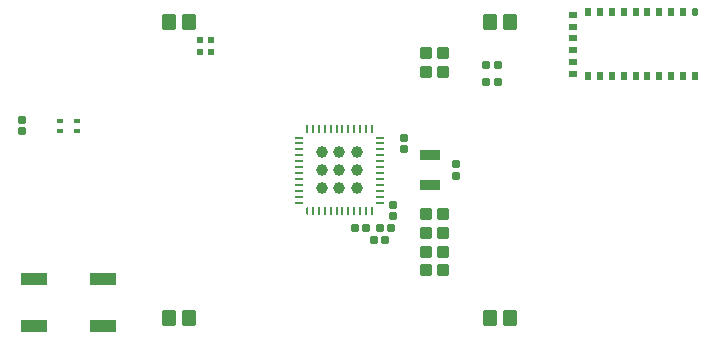
<source format=gtp>
G04*
G04 #@! TF.GenerationSoftware,Altium Limited,Altium Designer,20.0.13 (296)*
G04*
G04 Layer_Color=8421504*
%FSLAX25Y25*%
%MOIN*%
G70*
G01*
G75*
%ADD14C,0.03937*%
G04:AMPARAMS|DCode=15|XSize=17.72mil|YSize=25.59mil|CornerRadius=0mil|HoleSize=0mil|Usage=FLASHONLY|Rotation=270.000|XOffset=0mil|YOffset=0mil|HoleType=Round|Shape=RoundedRectangle|*
%AMROUNDEDRECTD15*
21,1,0.01772,0.02559,0,0,270.0*
21,1,0.01772,0.02559,0,0,270.0*
1,1,0.00000,-0.01280,-0.00886*
1,1,0.00000,-0.01280,0.00886*
1,1,0.00000,0.01280,0.00886*
1,1,0.00000,0.01280,-0.00886*
%
%ADD15ROUNDEDRECTD15*%
G04:AMPARAMS|DCode=16|XSize=17.72mil|YSize=25.59mil|CornerRadius=0mil|HoleSize=0mil|Usage=FLASHONLY|Rotation=0.000|XOffset=0mil|YOffset=0mil|HoleType=Round|Shape=RoundedRectangle|*
%AMROUNDEDRECTD16*
21,1,0.01772,0.02559,0,0,0.0*
21,1,0.01772,0.02559,0,0,0.0*
1,1,0.00000,0.00886,-0.01280*
1,1,0.00000,-0.00886,-0.01280*
1,1,0.00000,-0.00886,0.01280*
1,1,0.00000,0.00886,0.01280*
%
%ADD16ROUNDEDRECTD16*%
G04:AMPARAMS|DCode=17|XSize=17.72mil|YSize=25.59mil|CornerRadius=2.95mil|HoleSize=0mil|Usage=FLASHONLY|Rotation=0.000|XOffset=0mil|YOffset=0mil|HoleType=Round|Shape=RoundedRectangle|*
%AMROUNDEDRECTD17*
21,1,0.01772,0.01968,0,0,0.0*
21,1,0.01181,0.02559,0,0,0.0*
1,1,0.00591,0.00591,-0.00984*
1,1,0.00591,-0.00591,-0.00984*
1,1,0.00591,-0.00591,0.00984*
1,1,0.00591,0.00591,0.00984*
%
%ADD17ROUNDEDRECTD17*%
G04:AMPARAMS|DCode=18|XSize=11.81mil|YSize=19.68mil|CornerRadius=1.18mil|HoleSize=0mil|Usage=FLASHONLY|Rotation=90.000|XOffset=0mil|YOffset=0mil|HoleType=Round|Shape=RoundedRectangle|*
%AMROUNDEDRECTD18*
21,1,0.01181,0.01732,0,0,90.0*
21,1,0.00945,0.01968,0,0,90.0*
1,1,0.00236,0.00866,0.00472*
1,1,0.00236,0.00866,-0.00472*
1,1,0.00236,-0.00866,-0.00472*
1,1,0.00236,-0.00866,0.00472*
%
%ADD18ROUNDEDRECTD18*%
%ADD19R,0.01968X0.01181*%
G04:AMPARAMS|DCode=20|XSize=9.06mil|YSize=27.56mil|CornerRadius=0.91mil|HoleSize=0mil|Usage=FLASHONLY|Rotation=90.000|XOffset=0mil|YOffset=0mil|HoleType=Round|Shape=RoundedRectangle|*
%AMROUNDEDRECTD20*
21,1,0.00906,0.02575,0,0,90.0*
21,1,0.00724,0.02756,0,0,90.0*
1,1,0.00181,0.01287,0.00362*
1,1,0.00181,0.01287,-0.00362*
1,1,0.00181,-0.01287,-0.00362*
1,1,0.00181,-0.01287,0.00362*
%
%ADD20ROUNDEDRECTD20*%
G04:AMPARAMS|DCode=21|XSize=9.06mil|YSize=27.56mil|CornerRadius=0.91mil|HoleSize=0mil|Usage=FLASHONLY|Rotation=180.000|XOffset=0mil|YOffset=0mil|HoleType=Round|Shape=RoundedRectangle|*
%AMROUNDEDRECTD21*
21,1,0.00906,0.02575,0,0,180.0*
21,1,0.00724,0.02756,0,0,180.0*
1,1,0.00181,-0.00362,0.01287*
1,1,0.00181,0.00362,0.01287*
1,1,0.00181,0.00362,-0.01287*
1,1,0.00181,-0.00362,-0.01287*
%
%ADD21ROUNDEDRECTD21*%
G04:AMPARAMS|DCode=22|XSize=9.06mil|YSize=27.56mil|CornerRadius=2.26mil|HoleSize=0mil|Usage=FLASHONLY|Rotation=180.000|XOffset=0mil|YOffset=0mil|HoleType=Round|Shape=RoundedRectangle|*
%AMROUNDEDRECTD22*
21,1,0.00906,0.02303,0,0,180.0*
21,1,0.00453,0.02756,0,0,180.0*
1,1,0.00453,-0.00226,0.01152*
1,1,0.00453,0.00226,0.01152*
1,1,0.00453,0.00226,-0.01152*
1,1,0.00453,-0.00226,-0.01152*
%
%ADD22ROUNDEDRECTD22*%
%ADD23R,0.08661X0.03937*%
%ADD24R,0.06693X0.03543*%
G04:AMPARAMS|DCode=25|XSize=21.65mil|YSize=19.68mil|CornerRadius=1.97mil|HoleSize=0mil|Usage=FLASHONLY|Rotation=90.000|XOffset=0mil|YOffset=0mil|HoleType=Round|Shape=RoundedRectangle|*
%AMROUNDEDRECTD25*
21,1,0.02165,0.01575,0,0,90.0*
21,1,0.01772,0.01968,0,0,90.0*
1,1,0.00394,0.00787,0.00886*
1,1,0.00394,0.00787,-0.00886*
1,1,0.00394,-0.00787,-0.00886*
1,1,0.00394,-0.00787,0.00886*
%
%ADD25ROUNDEDRECTD25*%
G04:AMPARAMS|DCode=26|XSize=55.12mil|YSize=47.24mil|CornerRadius=4.72mil|HoleSize=0mil|Usage=FLASHONLY|Rotation=90.000|XOffset=0mil|YOffset=0mil|HoleType=Round|Shape=RoundedRectangle|*
%AMROUNDEDRECTD26*
21,1,0.05512,0.03780,0,0,90.0*
21,1,0.04567,0.04724,0,0,90.0*
1,1,0.00945,0.01890,0.02284*
1,1,0.00945,0.01890,-0.02284*
1,1,0.00945,-0.01890,-0.02284*
1,1,0.00945,-0.01890,0.02284*
%
%ADD26ROUNDEDRECTD26*%
G04:AMPARAMS|DCode=27|XSize=25.2mil|YSize=23.62mil|CornerRadius=2.36mil|HoleSize=0mil|Usage=FLASHONLY|Rotation=270.000|XOffset=0mil|YOffset=0mil|HoleType=Round|Shape=RoundedRectangle|*
%AMROUNDEDRECTD27*
21,1,0.02520,0.01890,0,0,270.0*
21,1,0.02047,0.02362,0,0,270.0*
1,1,0.00472,-0.00945,-0.01024*
1,1,0.00472,-0.00945,0.01024*
1,1,0.00472,0.00945,0.01024*
1,1,0.00472,0.00945,-0.01024*
%
%ADD27ROUNDEDRECTD27*%
G04:AMPARAMS|DCode=28|XSize=25.2mil|YSize=23.62mil|CornerRadius=2.36mil|HoleSize=0mil|Usage=FLASHONLY|Rotation=0.000|XOffset=0mil|YOffset=0mil|HoleType=Round|Shape=RoundedRectangle|*
%AMROUNDEDRECTD28*
21,1,0.02520,0.01890,0,0,0.0*
21,1,0.02047,0.02362,0,0,0.0*
1,1,0.00472,0.01024,-0.00945*
1,1,0.00472,-0.01024,-0.00945*
1,1,0.00472,-0.01024,0.00945*
1,1,0.00472,0.01024,0.00945*
%
%ADD28ROUNDEDRECTD28*%
G04:AMPARAMS|DCode=29|XSize=37.4mil|YSize=39.37mil|CornerRadius=3.74mil|HoleSize=0mil|Usage=FLASHONLY|Rotation=270.000|XOffset=0mil|YOffset=0mil|HoleType=Round|Shape=RoundedRectangle|*
%AMROUNDEDRECTD29*
21,1,0.03740,0.03189,0,0,270.0*
21,1,0.02992,0.03937,0,0,270.0*
1,1,0.00748,-0.01595,-0.01496*
1,1,0.00748,-0.01595,0.01496*
1,1,0.00748,0.01595,0.01496*
1,1,0.00748,0.01595,-0.01496*
%
%ADD29ROUNDEDRECTD29*%
D14*
X136314Y60238D02*
D03*
X142220D02*
D03*
Y66143D02*
D03*
Y72049D02*
D03*
X136314D02*
D03*
X130409D02*
D03*
Y66143D02*
D03*
Y60238D02*
D03*
X136314Y66143D02*
D03*
D15*
X214173Y98228D02*
D03*
Y102165D02*
D03*
Y106102D02*
D03*
Y110039D02*
D03*
Y113976D02*
D03*
Y117913D02*
D03*
D16*
X254724Y97441D02*
D03*
X250787D02*
D03*
X246850D02*
D03*
X242913D02*
D03*
X238976D02*
D03*
X235039D02*
D03*
X231102D02*
D03*
X227165D02*
D03*
X223228D02*
D03*
X219291D02*
D03*
Y118701D02*
D03*
X223228D02*
D03*
X227165D02*
D03*
X231102D02*
D03*
X235039D02*
D03*
X250787D02*
D03*
X246850D02*
D03*
X242913D02*
D03*
X238976D02*
D03*
D17*
X254724D02*
D03*
D18*
X43306Y82482D02*
D03*
D19*
Y79332D02*
D03*
X48817Y82482D02*
D03*
Y79332D02*
D03*
D20*
X122653Y55317D02*
D03*
Y57285D02*
D03*
Y59254D02*
D03*
Y61222D02*
D03*
Y63191D02*
D03*
Y65159D02*
D03*
Y67128D02*
D03*
Y69096D02*
D03*
Y71065D02*
D03*
Y73033D02*
D03*
Y75002D02*
D03*
Y76970D02*
D03*
X149976D02*
D03*
Y75002D02*
D03*
Y73033D02*
D03*
Y71065D02*
D03*
Y69096D02*
D03*
Y67128D02*
D03*
Y65159D02*
D03*
Y63191D02*
D03*
Y61222D02*
D03*
Y59254D02*
D03*
Y57285D02*
D03*
Y55317D02*
D03*
D21*
X125487Y79805D02*
D03*
X127456D02*
D03*
X129425D02*
D03*
X131393D02*
D03*
X133361D02*
D03*
X135330D02*
D03*
X137299D02*
D03*
X139267D02*
D03*
X141235D02*
D03*
X143204D02*
D03*
X145173D02*
D03*
X147141D02*
D03*
Y52482D02*
D03*
X145173D02*
D03*
X143204D02*
D03*
X141235D02*
D03*
X139267D02*
D03*
X137299D02*
D03*
X135330D02*
D03*
X133361D02*
D03*
X131393D02*
D03*
X129425D02*
D03*
X127456D02*
D03*
D22*
X125487D02*
D03*
D23*
X57481Y14172D02*
D03*
X34646D02*
D03*
Y29921D02*
D03*
X57481D02*
D03*
D24*
X166629Y61222D02*
D03*
Y71065D02*
D03*
D25*
X93602Y105513D02*
D03*
X89862D02*
D03*
X93602Y109450D02*
D03*
X89862D02*
D03*
D26*
X186511Y16931D02*
D03*
X193204D02*
D03*
X86117D02*
D03*
X79425D02*
D03*
X193204Y115356D02*
D03*
X186511D02*
D03*
X86117D02*
D03*
X79425D02*
D03*
D27*
X185315Y95474D02*
D03*
X189094D02*
D03*
X185315Y101281D02*
D03*
X189094D02*
D03*
X153558Y46852D02*
D03*
X149779D02*
D03*
X151496Y42913D02*
D03*
X147717D02*
D03*
X141511Y46852D02*
D03*
X145291D02*
D03*
D28*
X175000Y64253D02*
D03*
Y68033D02*
D03*
X157968Y76891D02*
D03*
Y73112D02*
D03*
X154031Y50868D02*
D03*
Y54647D02*
D03*
X30413Y79017D02*
D03*
Y82797D02*
D03*
D29*
X165256Y105118D02*
D03*
X170965D02*
D03*
X165256Y98819D02*
D03*
X170965D02*
D03*
X165256Y51575D02*
D03*
X170965D02*
D03*
X165256Y45276D02*
D03*
X170965D02*
D03*
X165256Y38976D02*
D03*
X170965D02*
D03*
X165256Y32677D02*
D03*
X170965D02*
D03*
M02*

</source>
